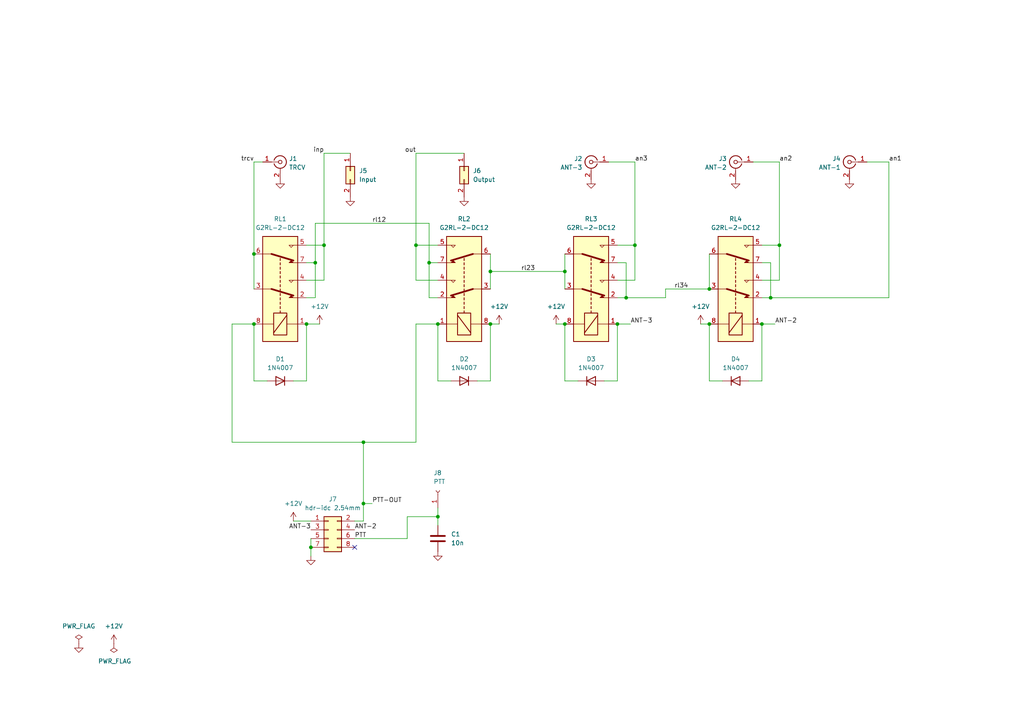
<source format=kicad_sch>
(kicad_sch (version 20230121) (generator eeschema)
  (paper "A4")
  (title_block (title "HF Antenna Switch") (date "2023-04-06") (rev "1.0") (company "S59MZ"))
  (lib_symbols
    (symbol "Connector:Conn_01x01_Female" (pin_names (offset 1.016) hide)
      (property "Reference" "J" (at 0 2.54 0))
      (property "Value" "Conn_01x01_Female" (at 0 -2.54 0))
      (symbol "Conn_01x01_Female_1_1"
        (polyline (pts (xy -1.27 0) (xy -0.508 0)) (stroke (width 0.1524)))
        (arc (start 0 0.508) (mid -0.5058 0) (end 0 -0.508) (stroke (width 0.1524)))
        (pin passive line (at -5.08 0 0) (length 3.81) (name "Pin_1") (number "1"))
      )
    )
    (symbol "Connector:Conn_Coaxial" (pin_names (offset 1.016) hide)
      (property "Reference" "J" (at 0.254 3.048 0))
      (property "Value" "Conn_Coaxial" (at 2.921 0 90))
      (symbol "Conn_Coaxial_0_1"
        (arc (start -1.778 -0.508) (mid 0.2311 -1.8066) (end 1.778 0) (stroke (width 0.254)))
        (polyline (pts (xy -2.54 0) (xy -0.508 0)))
        (polyline (pts (xy 0 -2.54) (xy 0 -1.778)))
        (circle (center 0 0) (radius 0.508) (stroke (width 0.2032)))
        (arc (start 1.778 0) (mid 0.2099 1.8101) (end -1.778 0.508) (stroke (width 0.254)))
      )
      (symbol "Conn_Coaxial_1_1"
        (pin passive line (at -5.08 0 0) (length 2.54) (name "In") (number "1"))
        (pin passive line (at 0 -5.08 90) (length 2.54) (name "Ext") (number "2"))
      )
    )
    (symbol "Connector_Generic:Conn_02x01" (pin_names (offset 1.016) hide)
      (property "Reference" "J" (at 1.27 2.54 0))
      (property "Value" "Conn_02x01" (at 1.27 -2.54 0))
      (symbol "Conn_02x01_1_1"
        (rectangle (start -1.27 0.127) (end 0 -0.127) (stroke (width 0.1524)))
        (rectangle (start -1.27 1.27) (end 3.81 -1.27) (stroke (width 0.254)) (fill (type background)))
        (rectangle (start 3.81 0.127) (end 2.54 -0.127) (stroke (width 0.1524)))
        (pin passive line (at -5.08 0 0) (length 3.81) (name "Pin_1") (number "1"))
        (pin passive line (at 7.62 0 180) (length 3.81) (name "Pin_2") (number "2"))
      )
    )
    (symbol "Connector_Generic:Conn_02x04_Odd_Even" (pin_names (offset 1.016) hide)
      (property "Reference" "J" (at 1.27 5.08 0))
      (property "Value" "Conn_02x04_Odd_Even" (at 1.27 -7.62 0))
      (symbol "Conn_02x04_Odd_Even_1_1"
        (rectangle (start -1.27 -4.953) (end 0 -5.207) (stroke (width 0.1524)))
        (rectangle (start -1.27 -2.413) (end 0 -2.667) (stroke (width 0.1524)))
        (rectangle (start -1.27 0.127) (end 0 -0.127) (stroke (width 0.1524)))
        (rectangle (start -1.27 2.667) (end 0 2.413) (stroke (width 0.1524)))
        (rectangle (start -1.27 3.81) (end 3.81 -6.35) (stroke (width 0.254)) (fill (type background)))
        (rectangle (start 3.81 -4.953) (end 2.54 -5.207) (stroke (width 0.1524)))
        (rectangle (start 3.81 -2.413) (end 2.54 -2.667) (stroke (width 0.1524)))
        (rectangle (start 3.81 0.127) (end 2.54 -0.127) (stroke (width 0.1524)))
        (rectangle (start 3.81 2.667) (end 2.54 2.413) (stroke (width 0.1524)))
        (pin passive line (at -5.08 2.54 0) (length 3.81) (name "Pin_1") (number "1"))
        (pin passive line (at 7.62 2.54 180) (length 3.81) (name "Pin_2") (number "2"))
        (pin passive line (at -5.08 0 0) (length 3.81) (name "Pin_3") (number "3"))
        (pin passive line (at 7.62 0 180) (length 3.81) (name "Pin_4") (number "4"))
        (pin passive line (at -5.08 -2.54 0) (length 3.81) (name "Pin_5") (number "5"))
        (pin passive line (at 7.62 -2.54 180) (length 3.81) (name "Pin_6") (number "6"))
        (pin passive line (at -5.08 -5.08 0) (length 3.81) (name "Pin_7") (number "7"))
        (pin passive line (at 7.62 -5.08 180) (length 3.81) (name "Pin_8") (number "8"))
      )
    )
    (symbol "Device:C" (pin_numbers hide) (pin_names (offset 0.254))
      (property "Reference" "C" (at 0.635 2.54 0))
      (property "Value" "C" (at 0.635 -2.54 0))
      (symbol "C_0_1"
        (polyline (pts (xy -2.032 -0.762) (xy 2.032 -0.762)) (stroke (width 0.508)))
        (polyline (pts (xy -2.032 0.762) (xy 2.032 0.762)) (stroke (width 0.508)))
      )
      (symbol "C_1_1"
        (pin passive line (at 0 3.81 270) (length 2.794) (name "~") (number "1"))
        (pin passive line (at 0 -3.81 90) (length 2.794) (name "~") (number "2"))
      )
    )
    (symbol "Diode:1N4007" (pin_numbers hide) (pin_names hide)
      (property "Reference" "D" (at 0 2.54 0))
      (property "Value" "1N4007" (at 0 -2.54 0))
      (symbol "1N4007_0_1"
        (polyline (pts (xy -1.27 1.27) (xy -1.27 -1.27)) (stroke (width 0.254)))
        (polyline (pts (xy 1.27 0) (xy -1.27 0)))
        (polyline (pts (xy 1.27 1.27) (xy 1.27 -1.27) (xy -1.27 0) (xy 1.27 1.27)) (stroke (width 0.254)))
      )
      (symbol "1N4007_1_1"
        (pin passive line (at -3.81 0 0) (length 2.54) (name "K") (number "1"))
        (pin passive line (at 3.81 0 180) (length 2.54) (name "A") (number "2"))
      )
    )
    (symbol "Relay:G2RL-2-DC12"
      (property "Reference" "RL" (at 16.51 3.81 0))
      (property "Value" "G2RL-2-DC12" (at 16.51 1.27 0))
      (symbol "G2RL-2-DC12_0_1"
        (rectangle (start -15.24 5.08) (end 15.24 -5.08) (stroke (width 0.254)) (fill (type background)))
        (rectangle (start -13.335 1.905) (end -6.985 -1.905) (stroke (width 0.254)))
        (polyline (pts (xy -12.7 -1.905) (xy -7.62 1.905)) (stroke (width 0.254)))
        (polyline (pts (xy -10.16 -5.08) (xy -10.16 -1.905)))
        (polyline (pts (xy -10.16 5.08) (xy -10.16 1.905)))
        (polyline (pts (xy -6.985 0) (xy -6.35 0)) (stroke (width 0.254)))
        (polyline (pts (xy -5.715 0) (xy -5.08 0)) (stroke (width 0.254)))
        (polyline (pts (xy -4.445 0) (xy -3.81 0)) (stroke (width 0.254)))
        (polyline (pts (xy -3.175 0) (xy -2.54 0)) (stroke (width 0.254)))
        (polyline (pts (xy -1.905 0) (xy -1.27 0)) (stroke (width 0.254)))
        (polyline (pts (xy -0.635 0) (xy 0 0)) (stroke (width 0.254)))
        (polyline (pts (xy 0 -2.54) (xy -1.905 3.81)) (stroke (width 0.508)))
        (polyline (pts (xy 0 -2.54) (xy 0 -5.08)))
        (polyline (pts (xy 0.635 0) (xy 1.27 0)) (stroke (width 0.254)))
        (polyline (pts (xy 1.905 0) (xy 2.54 0)) (stroke (width 0.254)))
        (polyline (pts (xy 3.175 0) (xy 3.81 0)) (stroke (width 0.254)))
        (polyline (pts (xy 4.445 0) (xy 5.08 0)) (stroke (width 0.254)))
        (polyline (pts (xy 5.715 0) (xy 6.35 0)) (stroke (width 0.254)))
        (polyline (pts (xy 6.985 0) (xy 7.62 0)) (stroke (width 0.254)))
        (polyline (pts (xy 8.255 0) (xy 8.89 0)) (stroke (width 0.254)))
        (polyline (pts (xy 10.16 -2.54) (xy 8.255 3.81)) (stroke (width 0.508)))
        (polyline (pts (xy 10.16 -2.54) (xy 10.16 -5.08)))
        (polyline (pts (xy -2.54 5.08) (xy -2.54 2.54) (xy -1.905 3.175) (xy -2.54 3.81)) (fill (type outline)))
        (polyline (pts (xy 2.54 5.08) (xy 2.54 2.54) (xy 1.905 3.175) (xy 2.54 3.81)))
        (polyline (pts (xy 7.62 5.08) (xy 7.62 2.54) (xy 8.255 3.175) (xy 7.62 3.81)) (fill (type outline)))
        (polyline (pts (xy 12.7 5.08) (xy 12.7 2.54) (xy 12.065 3.175) (xy 12.7 3.81)))
      )
      (symbol "G2RL-2-DC12_1_1"
        (pin passive line (at -10.16 7.62 270) (length 2.54) (name "~") (number "1"))
        (pin passive line (at -2.54 7.62 270) (length 2.54) (name "~") (number "2"))
        (pin passive line (at 0 -7.62 90) (length 2.54) (name "~") (number "3"))
        (pin passive line (at 2.54 7.62 270) (length 2.54) (name "~") (number "4"))
        (pin passive line (at 12.7 7.62 270) (length 2.54) (name "~") (number "5"))
        (pin passive line (at 10.16 -7.62 90) (length 2.54) (name "~") (number "6"))
        (pin passive line (at 7.62 7.62 270) (length 2.54) (name "~") (number "7"))
        (pin passive line (at -10.16 -7.62 90) (length 2.54) (name "~") (number "8"))
      )
    )
    (symbol "power:+12V" (power) (pin_names (offset 0))
      (property "Value" "+12V" (at 0 3.556 0))
      (symbol "+12V_0_1"
        (polyline (pts (xy -0.762 1.27) (xy 0 2.54)))
        (polyline (pts (xy 0 0) (xy 0 2.54)))
        (polyline (pts (xy 0 2.54) (xy 0.762 1.27)))
      )
      (symbol "+12V_1_1"
        (pin power_in line (at 0 0 90) (length 0) hide (name "+12V") (number "1"))
      )
    )
    (symbol "power:GND" (power) (pin_names (offset 0))
      (property "Value" "GND" (at 0 -3.81 0))
      (symbol "GND_0_1"
        (polyline (pts (xy 0 0) (xy 0 -1.27) (xy 1.27 -1.27) (xy 0 -2.54) (xy -1.27 -1.27) (xy 0 -1.27)))
      )
      (symbol "GND_1_1"
        (pin power_in line (at 0 0 270) (length 0) hide (name "GND") (number "1"))
      )
    )
    (symbol "power:PWR_FLAG" (power) (pin_numbers hide) (pin_names (offset 0) hide)
      (property "Value" "PWR_FLAG" (at 0 3.81 0))
      (symbol "PWR_FLAG_0_0"
        (pin power_out line (at 0 0 90) (length 0) (name "pwr") (number "1"))
      )
      (symbol "PWR_FLAG_0_1"
        (polyline (pts (xy 0 0) (xy 0 1.27) (xy -1.016 1.905) (xy 0 2.54) (xy 1.016 1.905) (xy 0 1.27)))
      )
    )
  )
  (junction (at 127 93.98))
  (junction (at 205.74 83.82))
  (junction (at 179.07 93.98))
  (junction (at 226.06 71.12))
  (junction (at 124.46 76.2))
  (junction (at 73.66 93.98))
  (junction (at 88.9 93.98))
  (junction (at 142.24 78.74))
  (junction (at 105.41 146.05))
  (junction (at 120.65 71.12))
  (junction (at 205.74 93.98))
  (junction (at 181.61 86.36))
  (junction (at 90.17 158.75))
  (junction (at 184.15 71.12))
  (junction (at 127 149.86))
  (junction (at 91.44 76.2))
  (junction (at 142.24 93.98))
  (junction (at 223.52 86.36))
  (junction (at 163.83 93.98))
  (junction (at 163.83 78.74))
  (junction (at 73.66 73.66))
  (junction (at 220.98 93.98))
  (junction (at 93.98 71.12))
  (junction (at 105.41 128.27))
  (no_connect (at 102.87 158.75))
  (wire (pts (xy 92.71 93.98) (xy 88.9 93.98)))
  (wire (pts (xy 127 147.32) (xy 127 149.86)))
  (wire (pts (xy 124.46 76.2) (xy 124.46 86.36)))
  (wire (pts (xy 105.41 151.13) (xy 105.41 146.05)))
  (wire (pts (xy 120.65 81.28) (xy 120.65 71.12)))
  (wire (pts (xy 91.44 86.36) (xy 88.9 86.36)))
  (wire (pts (xy 163.83 73.66) (xy 163.83 78.74)))
  (wire (pts (xy 209.55 110.49) (xy 205.74 110.49)))
  (wire (pts (xy 120.65 44.45) (xy 120.65 71.12)))
  (wire (pts (xy 67.31 128.27) (xy 105.41 128.27)))
  (wire (pts (xy 205.74 93.98) (xy 203.2 93.98)))
  (wire (pts (xy 205.74 110.49) (xy 205.74 93.98)))
  (wire (pts (xy 85.09 151.13) (xy 90.17 151.13)))
  (wire (pts (xy 101.6 44.45) (xy 93.98 44.45)))
  (wire (pts (xy 193.04 83.82) (xy 205.74 83.82)))
  (wire (pts (xy 127 76.2) (xy 124.46 76.2)))
  (wire (pts (xy 179.07 76.2) (xy 181.61 76.2)))
  (wire (pts (xy 220.98 76.2) (xy 223.52 76.2)))
  (wire (pts (xy 85.09 110.49) (xy 88.9 110.49)))
  (wire (pts (xy 226.06 71.12) (xy 220.98 71.12)))
  (wire (pts (xy 179.07 81.28) (xy 184.15 81.28)))
  (wire (pts (xy 142.24 110.49) (xy 142.24 93.98)))
  (wire (pts (xy 193.04 83.82) (xy 193.04 86.36)))
  (wire (pts (xy 184.15 46.99) (xy 184.15 71.12)))
  (wire (pts (xy 73.66 46.99) (xy 73.66 73.66)))
  (wire (pts (xy 93.98 71.12) (xy 88.9 71.12)))
  (wire (pts (xy 91.44 76.2) (xy 91.44 86.36)))
  (wire (pts (xy 144.78 93.98) (xy 142.24 93.98)))
  (wire (pts (xy 77.47 110.49) (xy 73.66 110.49)))
  (wire (pts (xy 73.66 73.66) (xy 73.66 83.82)))
  (wire (pts (xy 205.74 73.66) (xy 205.74 83.82)))
  (wire (pts (xy 167.64 110.49) (xy 163.83 110.49)))
  (wire (pts (xy 223.52 86.36) (xy 257.81 86.36)))
  (wire (pts (xy 76.2 46.99) (xy 73.66 46.99)))
  (wire (pts (xy 163.83 93.98) (xy 161.29 93.98)))
  (wire (pts (xy 67.31 128.27) (xy 67.31 93.98)))
  (wire (pts (xy 124.46 64.77) (xy 124.46 76.2)))
  (wire (pts (xy 179.07 110.49) (xy 179.07 93.98)))
  (wire (pts (xy 142.24 78.74) (xy 142.24 83.82)))
  (wire (pts (xy 120.65 128.27) (xy 105.41 128.27)))
  (wire (pts (xy 163.83 110.49) (xy 163.83 93.98)))
  (wire (pts (xy 118.11 156.21) (xy 118.11 149.86)))
  (wire (pts (xy 224.79 93.98) (xy 220.98 93.98)))
  (wire (pts (xy 90.17 158.75) (xy 90.17 161.29)))
  (wire (pts (xy 163.83 78.74) (xy 163.83 83.82)))
  (wire (pts (xy 120.65 93.98) (xy 120.65 128.27)))
  (wire (pts (xy 105.41 146.05) (xy 107.95 146.05)))
  (wire (pts (xy 120.65 44.45) (xy 134.62 44.45)))
  (wire (pts (xy 67.31 93.98) (xy 73.66 93.98)))
  (wire (pts (xy 102.87 151.13) (xy 105.41 151.13)))
  (wire (pts (xy 181.61 76.2) (xy 181.61 86.36)))
  (wire (pts (xy 93.98 81.28) (xy 93.98 71.12)))
  (wire (pts (xy 130.81 110.49) (xy 127 110.49)))
  (wire (pts (xy 226.06 81.28) (xy 226.06 71.12)))
  (wire (pts (xy 257.81 46.99) (xy 257.81 86.36)))
  (wire (pts (xy 118.11 149.86) (xy 127 149.86)))
  (wire (pts (xy 226.06 46.99) (xy 226.06 71.12)))
  (wire (pts (xy 184.15 71.12) (xy 179.07 71.12)))
  (wire (pts (xy 251.46 46.99) (xy 257.81 46.99)))
  (wire (pts (xy 102.87 156.21) (xy 118.11 156.21)))
  (wire (pts (xy 88.9 81.28) (xy 93.98 81.28)))
  (wire (pts (xy 93.98 44.45) (xy 93.98 71.12)))
  (wire (pts (xy 88.9 110.49) (xy 88.9 93.98)))
  (wire (pts (xy 120.65 71.12) (xy 127 71.12)))
  (wire (pts (xy 181.61 86.36) (xy 179.07 86.36)))
  (wire (pts (xy 176.53 46.99) (xy 184.15 46.99)))
  (wire (pts (xy 124.46 86.36) (xy 127 86.36)))
  (wire (pts (xy 91.44 76.2) (xy 91.44 64.77)))
  (wire (pts (xy 182.88 93.98) (xy 179.07 93.98)))
  (wire (pts (xy 184.15 81.28) (xy 184.15 71.12)))
  (wire (pts (xy 91.44 64.77) (xy 124.46 64.77)))
  (wire (pts (xy 105.41 128.27) (xy 105.41 146.05)))
  (wire (pts (xy 223.52 76.2) (xy 223.52 86.36)))
  (wire (pts (xy 127 81.28) (xy 120.65 81.28)))
  (wire (pts (xy 218.44 46.99) (xy 226.06 46.99)))
  (wire (pts (xy 220.98 81.28) (xy 226.06 81.28)))
  (wire (pts (xy 220.98 110.49) (xy 220.98 93.98)))
  (wire (pts (xy 127 110.49) (xy 127 93.98)))
  (wire (pts (xy 127 149.86) (xy 127 152.4)))
  (wire (pts (xy 193.04 86.36) (xy 181.61 86.36)))
  (wire (pts (xy 73.66 110.49) (xy 73.66 93.98)))
  (wire (pts (xy 175.26 110.49) (xy 179.07 110.49)))
  (wire (pts (xy 127 93.98) (xy 120.65 93.98)))
  (wire (pts (xy 138.43 110.49) (xy 142.24 110.49)))
  (wire (pts (xy 142.24 78.74) (xy 163.83 78.74)))
  (wire (pts (xy 142.24 73.66) (xy 142.24 78.74)))
  (wire (pts (xy 88.9 76.2) (xy 91.44 76.2)))
  (wire (pts (xy 90.17 156.21) (xy 90.17 158.75)))
  (wire (pts (xy 217.17 110.49) (xy 220.98 110.49)))
  (wire (pts (xy 223.52 86.36) (xy 220.98 86.36)))
  (label "rl23" (at 151.13 78.74 0))
  (label "ANT-3" (at 182.88 93.98 0))
  (label "an3" (at 184.15 46.99 0))
  (label "inp" (at 93.98 44.45 180))
  (label "ANT-2" (at 102.87 153.67 0))
  (label "PTT" (at 102.87 156.21 0))
  (label "an2" (at 226.06 46.99 0))
  (label "rl12" (at 107.95 64.77 0))
  (label "ANT-3" (at 90.17 153.67 180))
  (label "trcv" (at 73.66 46.99 180))
  (label "out" (at 120.65 44.45 180))
  (label "rl34" (at 195.58 83.82 0))
  (label "ANT-2" (at 224.79 93.98 0))
  (label "PTT-OUT" (at 107.95 146.05 0))
  (label "an1" (at 257.81 46.99 0))
  (symbol (lib_id "power:+12V") (at 92.71 93.98 0) (mirror y) (unit 1)
    (property "Reference" "#PWR04" (effects hide))
    (property "Value" "+12V" (at 92.71 88.9 0))
  )
  (symbol (lib_id "power:GND") (at 90.17 161.29 0) (unit 1)
    (property "Reference" "#PWR06" (effects hide))
    (property "Value" "GND" (effects hide))
  )
  (symbol (lib_id "Connector_Generic:Conn_02x01") (at 134.62 49.53 270) (unit 1)
    (property "Reference" "J6" (at 137.16 49.5299 90) (effects (justify left)))
    (property "Value" "Output" (at 137.16 52.0699 90) (effects (justify left)))
    (property "Footprint" "Library:Conn_2x1" (effects hide))
  )
  (symbol (lib_id "Connector:Conn_Coaxial") (at 171.45 46.99 0) (mirror y) (unit 1)
    (property "Reference" "J2" (at 168.91 46.0131 0) (effects (justify left)))
    (property "Value" "ANT-3" (at 168.91 48.5531 0) (effects (justify left)))
    (property "Footprint" "Library:SO-239" (effects hide))
    (property "Datasheet" " ~" (effects hide))
  )
  (symbol (lib_id "power:GND") (at 246.38 52.07 0) (mirror y) (unit 1)
    (property "Reference" "#PWR0101" (effects hide))
    (property "Value" "GND" (effects hide))
  )
  (symbol (lib_id "power:GND") (at 101.6 57.15 0) (unit 1)
    (property "Reference" "#PWR012" (effects hide))
    (property "Value" "GND" (effects hide))
  )
  (symbol (lib_id "Relay:G2RL-2-DC12") (at 81.28 83.82 270) (mirror x) (unit 1)
    (property "Reference" "RL1" (at 81.28 63.5 90))
    (property "Value" "G2RL-2-DC12" (at 81.28 66.04 90))
    (property "Footprint" "Relay_THT:Relay_DPDT_Omron_G2RL" (effects hide))
    (property "Datasheet" "https://omronfs.omron.com/en_US/ecb/products/pdf/en-g2rl.pdf" (effects hide))
  )
  (symbol (lib_id "power:GND") (at 81.28 52.07 0) (unit 1)
    (property "Reference" "#PWR05" (effects hide))
    (property "Value" "GND" (effects hide))
  )
  (symbol (lib_id "Connector:Conn_Coaxial") (at 246.38 46.99 0) (mirror y) (unit 1)
    (property "Reference" "J4" (at 243.84 46.0131 0) (effects (justify left)))
    (property "Value" "ANT-1" (at 243.84 48.5531 0) (effects (justify left)))
    (property "Footprint" "Library:SO-239" (effects hide))
    (property "Datasheet" " ~" (effects hide))
  )
  (symbol (lib_id "Connector_Generic:Conn_02x01") (at 101.6 49.53 270) (unit 1)
    (property "Reference" "J5" (at 104.14 49.5299 90) (effects (justify left)))
    (property "Value" "Input" (at 104.14 52.0699 90) (effects (justify left)))
    (property "Footprint" "Library:Conn_2x1" (effects hide))
  )
  (symbol (lib_id "Relay:G2RL-2-DC12") (at 213.36 83.82 270) (mirror x) (unit 1)
    (property "Reference" "RL4" (at 213.36 63.5 90))
    (property "Value" "G2RL-2-DC12" (at 213.36 66.04 90))
    (property "Footprint" "Relay_THT:Relay_DPDT_Omron_G2RL" (effects hide))
    (property "Datasheet" "https://omronfs.omron.com/en_US/ecb/products/pdf/en-g2rl.pdf" (effects hide))
  )
  (symbol (lib_id "Diode:1N4007") (at 171.45 110.49 0) (unit 1)
    (property "Reference" "D3" (at 171.45 104.14 0))
    (property "Value" "1N4007" (at 171.45 106.68 0))
    (property "Footprint" "Diode_SMD:D_SMB" (effects hide))
    (property "Datasheet" "http://www.vishay.com/docs/88503/1n4001.pdf" (effects hide))
  )
  (symbol (lib_id "Device:C") (at 127 156.21 0) (unit 1)
    (property "Reference" "C1" (at 130.81 154.9399 0) (effects (justify left)))
    (property "Value" "10n" (at 130.81 157.4799 0) (effects (justify left)))
    (property "Footprint" "Capacitor_SMD:C_0805_2012Metric_Pad1.18x1.45mm_HandSolder" (effects hide))
  )
  (symbol (lib_id "power:+12V") (at 161.29 93.98 0) (mirror y) (unit 1)
    (property "Reference" "#PWR014" (effects hide))
    (property "Value" "+12V" (at 161.29 88.9 0))
  )
  (symbol (lib_id "power:+12V") (at 144.78 93.98 0) (unit 1)
    (property "Reference" "#PWR08" (effects hide))
    (property "Value" "+12V" (at 144.78 88.9 0))
  )
  (symbol (lib_id "Connector:Conn_Coaxial") (at 213.36 46.99 0) (mirror y) (unit 1)
    (property "Reference" "J3" (at 210.82 46.0131 0) (effects (justify left)))
    (property "Value" "ANT-2" (at 210.82 48.5531 0) (effects (justify left)))
    (property "Footprint" "Library:SO-239" (effects hide))
    (property "Datasheet" " ~" (effects hide))
  )
  (symbol (lib_id "power:GND") (at 134.62 57.15 0) (unit 1)
    (property "Reference" "#PWR010" (effects hide))
    (property "Value" "GND" (effects hide))
  )
  (symbol (lib_id "Connector_Generic:Conn_02x04_Odd_Even") (at 95.25 153.67 0) (unit 1)
    (property "Reference" "J7" (at 96.52 144.78 0))
    (property "Value" "hdr-idc 2.54mm" (at 96.52 147.32 0))
    (property "Footprint" "Connector_PinHeader_2.54mm:PinHeader_2x04_P2.54mm_Vertical" (effects hide))
  )
  (symbol (lib_id "Relay:G2RL-2-DC12") (at 134.62 83.82 90) (unit 1)
    (property "Reference" "RL2" (at 134.62 63.5 90))
    (property "Value" "G2RL-2-DC12" (at 134.62 66.04 90))
    (property "Footprint" "Relay_THT:Relay_DPDT_Omron_G2RL" (effects hide))
    (property "Datasheet" "https://omronfs.omron.com/en_US/ecb/products/pdf/en-g2rl.pdf" (effects hide))
  )
  (symbol (lib_id "power:PWR_FLAG") (at 33.02 186.69 0) (mirror x) (unit 1)
    (property "Reference" "#FLG02" (effects hide))
    (property "Value" "PWR_FLAG" (at 38.1 191.77 0) (effects (justify right)))
  )
  (symbol (lib_id "Connector:Conn_01x01_Female") (at 127 142.24 90) (unit 1)
    (property "Reference" "J8" (at 125.73 137.16 90) (effects (justify right)))
    (property "Value" "PTT" (at 125.73 139.7 90) (effects (justify right)))
    (property "Footprint" "Library:Conn_1x1" (effects hide))
  )
  (symbol (lib_id "Diode:1N4007") (at 81.28 110.49 0) (mirror y) (unit 1)
    (property "Reference" "D1" (at 81.28 104.14 0))
    (property "Value" "1N4007" (at 81.28 106.68 0))
    (property "Footprint" "Diode_SMD:D_SMB" (effects hide))
    (property "Datasheet" "http://www.vishay.com/docs/88503/1n4001.pdf" (effects hide))
  )
  (symbol (lib_id "power:+12V") (at 85.09 151.13 0) (unit 1)
    (property "Reference" "#PWR020" (effects hide))
    (property "Value" "+12V" (at 85.09 146.05 0))
  )
  (symbol (lib_id "power:GND") (at 171.45 52.07 0) (mirror y) (unit 1)
    (property "Reference" "#PWR016" (effects hide))
    (property "Value" "GND" (effects hide))
  )
  (symbol (lib_id "power:GND") (at 127 160.02 0) (unit 1)
    (property "Reference" "#PWR07" (effects hide))
    (property "Value" "GND" (effects hide))
  )
  (symbol (lib_id "power:GND") (at 213.36 52.07 0) (mirror y) (unit 1)
    (property "Reference" "#PWR019" (effects hide))
    (property "Value" "GND" (effects hide))
  )
  (symbol (lib_id "power:GND") (at 22.86 186.69 0) (unit 1)
    (property "Reference" "#PWR01" (effects hide))
    (property "Value" "GND" (effects hide))
  )
  (symbol (lib_id "power:PWR_FLAG") (at 22.86 186.69 0) (unit 1)
    (property "Reference" "#FLG01" (effects hide))
    (property "Value" "PWR_FLAG" (at 22.86 181.61 0))
  )
  (symbol (lib_id "Relay:G2RL-2-DC12") (at 171.45 83.82 270) (mirror x) (unit 1)
    (property "Reference" "RL3" (at 171.45 63.5 90))
    (property "Value" "G2RL-2-DC12" (at 171.45 66.04 90))
    (property "Footprint" "Relay_THT:Relay_DPDT_Omron_G2RL" (effects hide))
    (property "Datasheet" "https://omronfs.omron.com/en_US/ecb/products/pdf/en-g2rl.pdf" (effects hide))
  )
  (symbol (lib_id "power:+12V") (at 203.2 93.98 0) (mirror y) (unit 1)
    (property "Reference" "#PWR018" (effects hide))
    (property "Value" "+12V" (at 203.2 88.9 0))
  )
  (symbol (lib_id "Connector:Conn_Coaxial") (at 81.28 46.99 0) (unit 1)
    (property "Reference" "J1" (at 83.82 46.0131 0) (effects (justify left)))
    (property "Value" "TRCV" (at 83.82 48.5531 0) (effects (justify left)))
    (property "Footprint" "Library:SO-239" (effects hide))
    (property "Datasheet" " ~" (effects hide))
  )
  (symbol (lib_id "Diode:1N4007") (at 213.36 110.49 0) (unit 1)
    (property "Reference" "D4" (at 213.36 104.14 0))
    (property "Value" "1N4007" (at 213.36 106.68 0))
    (property "Footprint" "Diode_SMD:D_SMB" (effects hide))
    (property "Datasheet" "http://www.vishay.com/docs/88503/1n4001.pdf" (effects hide))
  )
  (symbol (lib_id "power:+12V") (at 33.02 186.69 0) (unit 1)
    (property "Reference" "#PWR03" (effects hide))
    (property "Value" "+12V" (at 33.02 181.61 0))
  )
  (symbol (lib_id "Diode:1N4007") (at 134.62 110.49 0) (mirror y) (unit 1)
    (property "Reference" "D2" (at 134.62 104.14 0))
    (property "Value" "1N4007" (at 134.62 106.68 0))
    (property "Footprint" "Diode_SMD:D_SMB" (effects hide))
    (property "Datasheet" "http://www.vishay.com/docs/88503/1n4001.pdf" (effects hide))
  )
)
</source>
